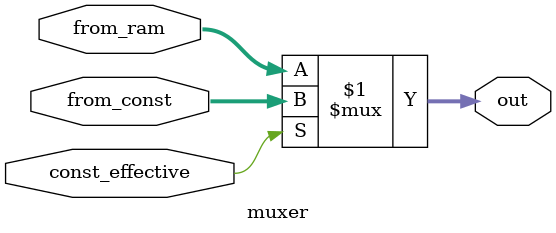
<source format=v>
/*
 * Copyright 2012, Homer Hsing <homer.hsing@gmail.com>
 *
 * Licensed under the Apache License, Version 2.0 (the "License");
 * you may not use this file except in compliance with the License.
 * You may obtain a copy of the License at
 *
 * http://www.apache.org/licenses/LICENSE-2.0
 *
 * Unless required by applicable law or agreed to in writing, software
 * distributed under the License is distributed on an "AS IS" BASIS,
 * WITHOUT WARRANTIES OR CONDITIONS OF ANY KIND, either express or implied.
 * See the License for the specific language governing permissions and
 * limitations under the License.
 */

`define M     503         // M is the degree of the irreducible polynomial
`define WIDTH (2*`M-1)    // width for a GF(3^M) element
`define WIDTH_D0 (1008-1)

module tiny(clk, reset, sel, addr, w, data, out, done);
    input clk, reset;
    input sel;
    input [5:0] addr;
    input w;
    input [`WIDTH_D0:0] data;
    output [`WIDTH_D0:0] out;
    output done;

    /* for FSM */
    wire [5:0] fsm_addr;
    /* for RAM */
    wire [5:0] ram_a_addr, ram_b_addr;
    wire [`WIDTH_D0:0] ram_b_data_in;
    wire ram_a_w, ram_b_w;
    wire [`WIDTH_D0:0] ram_a_data_out, ram_b_data_out;
    /* for const */
    wire [`WIDTH_D0:0] const0_out, const1_out;
    wire const0_effective, const1_effective;
    /* for muxer */
    wire [`WIDTH_D0:0] muxer0_out, muxer1_out;
    /* for ROM */
    wire [8:0] rom_addr;
    wire [27:0] rom_q;
    /* for PE */
    wire [10:0] pe_ctrl;
    
    assign out = ram_a_data_out;
    
    select 
        select0 (sel, addr, fsm_addr, w, ram_a_addr, ram_a_w);
    rom
        rom0 (clk, rom_addr, rom_q);
    FSM
        fsm0 (clk, reset, rom_addr, rom_q, fsm_addr, ram_b_addr, ram_b_w, pe_ctrl, done);
    const_
        const0 (clk, ram_a_addr, const0_out, const0_effective),
        const1 (clk, ram_b_addr, const1_out, const1_effective);
    ram
        ram0 (clk, ram_a_w, ram_a_addr, data, ram_a_data_out, ram_b_w, ram_b_addr[5:0], ram_b_data_in, ram_b_data_out);
    muxer
        muxer0 (ram_a_data_out, const0_out, const0_effective, muxer0_out),
        muxer1 (ram_b_data_out, const1_out, const1_effective, muxer1_out);
    PE
        pe0 (clk, reset, pe_ctrl, muxer1_out, muxer0_out[`WIDTH:0], muxer0_out[`WIDTH:0], ram_b_data_in[`WIDTH:0]);
    
    assign ram_b_data_in[`WIDTH_D0:`WIDTH+1] = 0;
endmodule

module select(sel, addr_in, addr_fsm_in, w_in, addr_out, w_out);
    input sel;
    input [5:0] addr_in;
    input [5:0] addr_fsm_in;
    input w_in;
    output [5:0] addr_out;
    output w_out;
    
    assign addr_out = sel ? addr_in : addr_fsm_in;
    assign w_out = sel & w_in;
endmodule

module muxer(from_ram, from_const, const_effective, out);
    input [`WIDTH_D0:0] from_ram, from_const;
    input const_effective;
    output [`WIDTH_D0:0] out;
    
    assign out = const_effective ? from_const : from_ram;
endmodule

</source>
